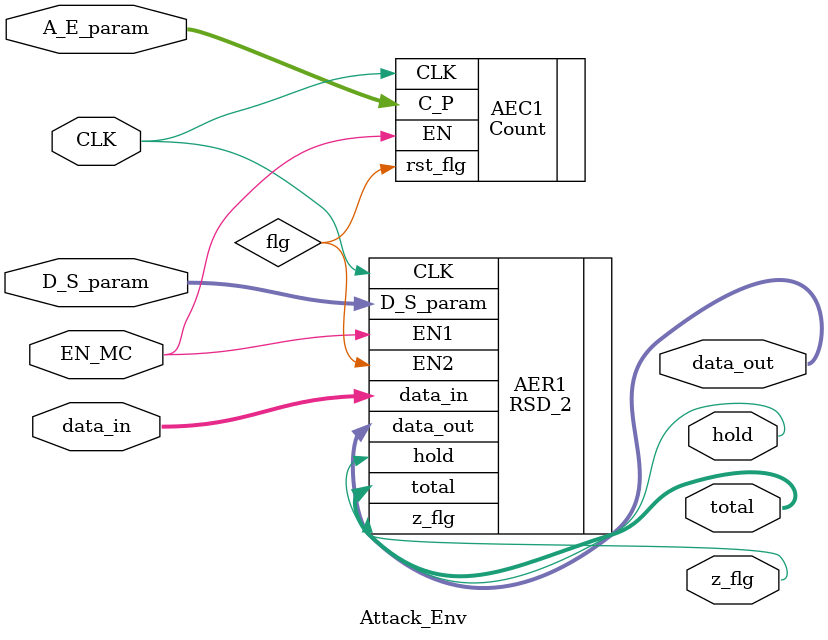
<source format=v>
`timescale 1ns / 1ps


module Attack_Env#(parameter DL=16,             //DL: data length-16 bits out from RAM
                    WL=8)                       //WL: word length-8 bits for parameters
                    (input  signed [DL-1:0] data_in,       //data from the RAM
                    input   [WL-1:0] A_E_param,   //parameters for the counter
                    input   [4:0] D_S_param,
                    
                    input   EN_MC, CLK,              // EN for shifter and counter
                    
                    output  hold,
                    output  signed [DL-1:0] data_out,
                    output  [4:0] total,
                    output  z_flg);          // flg that the attack envelope has finished 
                                                // shift amount = 0
//          Intermediate Wire           //

wire flg;                                               
//          Initializing modules        //

//      counter
Count   AEC1    (.C_P(A_E_param),       //inputs//
                .CLK(CLK),
                .EN(EN_MC),
                .rst_flg(flg));         //output//
                
//      right shift decreasing            
RSD_2     AER1    (.data_in(data_in),     //inputs
                .data_out(data_out),    //output
                .EN1(EN_MC),
                .EN2(flg),
                .CLK(CLK),
                .D_S_param(D_S_param),
                .total(total),
                .z_flg(z_flg),
                .hold(hold)
                );         //output
                      
//  LOGIC
always @(posedge CLK)begin
end
endmodule

</source>
